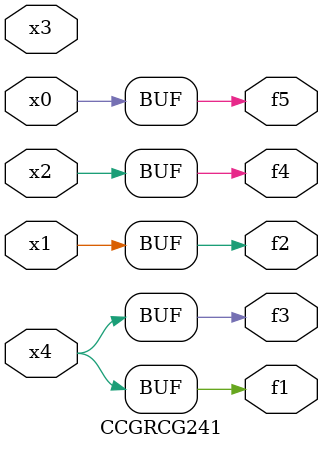
<source format=v>
module CCGRCG241(
	input x0, x1, x2, x3, x4,
	output f1, f2, f3, f4, f5
);
	assign f1 = x4;
	assign f2 = x1;
	assign f3 = x4;
	assign f4 = x2;
	assign f5 = x0;
endmodule

</source>
